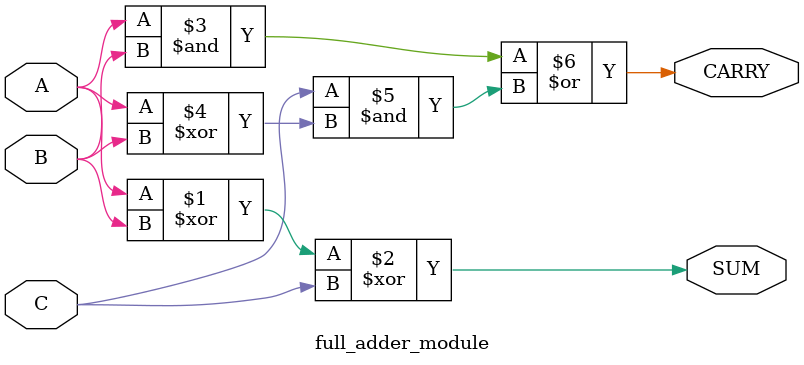
<source format=v>
`timescale 1ns / 100ps
module alu(DATA1, DATA2, RESULT, SELECT, ZERO);
	
	input [7:0] DATA1, DATA2; 
	input [2:0] SELECT;
	output reg [7:0] RESULT;
	output reg ZERO;

	//Wires to store the results from each function block

	wire [7:0] add_res, and_res, or_res, forward_res, mult_res, lshift_res, ashift_res, rot_res;

	//Instantiating the function blocks and assigning the results to wires defined

	ADD add1(DATA1, DATA2, add_res);
	AND and1(DATA1, DATA2, and_res);
	OR or1(DATA1, DATA2, or_res);
	FORWARD forward1(DATA1, DATA2, forward_res);
	MULTIPLY mult1(DATA1, DATA2, mult_res);
	L_SHIFT lshift1(DATA1, DATA2, lshift_res);
	A_SHIFT ashift1(DATA1, DATA2, ashift_res);
	ROTATE rotate1(DATA1, DATA2, rot_res);
	
	
	//Implementing a MUX module to select the output based on select value

	always @(*) 
		
		begin

		ZERO = 0;				//ZERO is set to 0 by default


		if (SELECT == 3'b001) begin
			RESULT = add_res;			// MUX connects to add result wire if select is 001
			if (add_res == 8'b00000000)
				ZERO = 1;

		end else if (SELECT == 3'b010) begin
			RESULT = and_res;			// MUX connects to and result wire if select is 010

		end else if (SELECT == 3'b011) begin
			RESULT = or_res;			// MUX connects to or result wire if select is 011

		end else if (SELECT == 3'b000) begin
			RESULT = forward_res;		// MUX connects to forward result wire if select is 000	

		end else if (SELECT == 3'b100) begin
			RESULT = mult_res;			// MUX connects to multiply result wire if select is 100	

		end else if (SELECT == 3'b101) begin
			RESULT = lshift_res;		// MUX connects to logic shift result wire if select is 101	

		end else if (SELECT == 3'b110) begin
			RESULT = ashift_res;		// MUX connects to arithmetic result wire if select is 110

		end else if (SELECT == 3'b111) begin
			RESULT = rot_res;			// MUX connects to rotate result wire if select is 111		
		end
		
		end

endmodule

// Module for addition operation
module ADD(DATA1, DATA2, RESULT);

	input [7:0] DATA1, DATA2;
	output reg [7:0] RESULT;

	// Result is sum of DATA2 and DATA1
	always @(*) begin
		#2 RESULT = DATA1 + DATA2;
	end

endmodule

// Module for bitwise AND operation
module AND(DATA1, DATA2, RESULT);

	input [7:0] DATA1, DATA2;
	output reg [7:0] RESULT;

	// Result is bitwise AND of DATA2 and DATA1
	always @(*) begin
		#1 RESULT = DATA1 & DATA2;
	end

endmodule

// Module for bitwise OR operation
module OR(DATA1, DATA2, RESULT);

	input [7:0] DATA1, DATA2;
	output reg [7:0] RESULT;

	// Result is bitwise OR of DATA2 and DATA1
	always @(*) begin
		#1 RESULT = DATA1 | DATA2;
	end

endmodule

// Module for forwarding operation
module FORWARD(DATA1, DATA2, RESULT);

	input [7:0] DATA1, DATA2;
	output reg [7:0] RESULT;

	// Result is equal to DATA2
	always @(*) begin
		#1 RESULT = DATA2;
	end

endmodule


//Module for multiplication operation
module MULTIPLY(DATA1, DATA2, RESULT);

	input [7:0] DATA1, DATA2;
	output [7:0] RESULT;
	
	//Carry bits for intermediate sums
	wire C0 [5:0];
	wire C1 [4:0];
	wire C2 [3:0];
	wire C3 [2:0];
	wire C4 [1:0];
	wire C5;
	
	//Intermediate sums
	wire sum0 [5:0];
	wire sum1 [4:0];
	wire sum2 [3:0];
	wire sum3 [2:0];
	wire sum4 [1:0];
	wire sum5, dummy_carry;
	
	// To store result before output
	wire [7:0] OUT;
	
	//First bit of RESULT can be directly set
	assign OUT[0] = DATA2[0] & DATA1[0];	
	
	//Full Adder layers to calculate the result by shifting and adding
	//Layer 0
	full_adder_module FA0_0(DATA2[0] & DATA1[1], DATA2[1] & DATA1[0], 1'b0, OUT[1], C0[0]);
	full_adder_module FA0_1(DATA2[0] & DATA1[2], DATA2[1] & DATA1[1], C0[0], sum0[0], C0[1]);
	full_adder_module FA0_2(DATA2[0] & DATA1[3], DATA2[1] & DATA1[2], C0[1], sum0[1], C0[2]);
	full_adder_module FA0_3(DATA2[0] & DATA1[4], DATA2[1] & DATA1[3], C0[2], sum0[2], C0[3]);
	full_adder_module FA0_4(DATA2[0] & DATA1[5], DATA2[1] & DATA1[4], C0[3], sum0[3], C0[4]);
	full_adder_module FA0_5(DATA2[0] & DATA1[6], DATA2[1] & DATA1[5], C0[4], sum0[4], C0[5]);
	full_adder_module FA0_6(DATA2[0] & DATA1[7], DATA2[1] & DATA1[6], C0[5], sum0[5],dummy_carry );
	
	//Layer 1
	full_adder_module FA1_0(sum0[0], DATA2[2] & DATA1[0], 1'b0, OUT[2], C1[0]);
	full_adder_module FA1_1(sum0[1], DATA2[2] & DATA1[1], C1[0], sum1[0], C1[1]);
	full_adder_module FA1_2(sum0[2], DATA2[2] & DATA1[2], C1[1], sum1[1], C1[2]);
	full_adder_module FA1_3(sum0[3], DATA2[2] & DATA1[3], C1[2], sum1[2], C1[3]);
	full_adder_module FA1_4(sum0[4], DATA2[2] & DATA1[4], C1[3], sum1[3], C1[4]);
	full_adder_module FA1_5(sum0[5], DATA2[2] & DATA1[5], C1[4], sum1[4],dummy_carry );
	
	//Layer 2
	full_adder_module FA2_0(sum1[0], DATA2[3] & DATA1[0], 1'b0, OUT[3], C2[0]);
	full_adder_module FA2_1(sum1[1], DATA2[3] & DATA1[1], C2[0], sum2[0], C2[1]);
	full_adder_module FA2_2(sum1[2], DATA2[3] & DATA1[2], C2[1], sum2[1], C2[2]);
	full_adder_module FA2_3(sum1[3], DATA2[3] & DATA1[3], C2[2], sum2[2], C2[3]);
	full_adder_module FA2_4(sum1[4], DATA2[3] & DATA1[4], C2[3], sum2[3], dummy_carry);
	
	//Layer 3
	full_adder_module FA3_0(sum2[0], DATA2[4] & DATA1[0], 1'b0, OUT[4], C3[0]);
	full_adder_module FA3_1(sum2[1], DATA2[4] & DATA1[1], C3[0], sum3[0], C3[1]);
	full_adder_module FA3_2(sum2[2], DATA2[4] & DATA1[2], C3[1], sum3[1], C3[2]);
	full_adder_module FA3_3(sum2[3], DATA2[4] & DATA1[3], C3[2], sum3[2], dummy_carry);
	
	//Layer 4
	full_adder_module FA4_0(sum3[0], DATA2[5] & DATA1[0], 1'b0, OUT[5], C4[0]);
	full_adder_module FA4_1(sum3[1], DATA2[5] & DATA1[1], C4[0], sum4[0], C4[1]);
	full_adder_module FA4_2(sum3[2], DATA2[5] & DATA1[2], C4[1], sum4[1], dummy_carry);
	
	//Layer 5
	full_adder_module FA5_0(sum4[0], DATA2[6] & DATA1[0], 1'b0, OUT[6], C5);
	full_adder_module FA5_1(sum4[1], DATA2[6] & DATA1[1], C5, sum5,dummy_carry );
	
	//Layer 6
	full_adder_module FA6_0(sum5, DATA2[7] & DATA1[0], 1'b0, OUT[7], dummy_carry);
	
	//Sending out result after 2 unit delay
	assign #2 RESULT = OUT;

endmodule


//Module for logical shift
module L_SHIFT(DATA1, DATA2, RESULT); // shift amount = data2

    input [7:0] DATA1, DATA2;
    output [7:0] RESULT;

	//We can ignore the bits [6:3] because after 7 bit shifts, all bits will be shifted out
	//DATA[7] is reserved for direction of logical shift

    wire [2:0] shift = DATA2[2:0];  // Shift amount: 0–7
    wire       dir   = DATA2[7];    // Shift direction: 1 = left, 0 = right

	//Number be will be shifted in three stages 1-2-4 bits

    wire [7:0] stage0, stage1, stage2;

    // Stage 0: shift by 1
    assign stage0 = (dir == 1) ? 
                    (shift[0] ? {DATA1[6:0], 1'b0} : DATA1) :
                    (shift[0] ? {1'b0, DATA1[7:1]} : DATA1);

    // Stage 1: shift by 2
    assign stage1 = (dir == 1) ? 
                    (shift[1] ? {stage0[5:0], 2'b00} : stage0) :
                    (shift[1] ? {2'b00, stage0[7:2]} : stage0);

    // Stage 2: shift by 4
    assign stage2 = (dir == 1) ? 
                    (shift[2] ? {stage1[3:0], 4'b0000} : stage1) :
                    (shift[2] ? {4'b0000, stage1[7:4]} : stage1);

    assign #2 RESULT = stage2;

endmodule



//Module for arithmatic right shift
module A_SHIFT(DATA1, DATA2, RESULT);  // shift amount = data2

    input [7:0] DATA1, DATA2;
    output [7:0] RESULT;

    //We can ignore the bits [6:3] because after 7 bit shifts, all bits will be shifted out

    wire [2:0] shift = DATA2[2:0];  // Shift amount 0–7
    wire sign = DATA1[7];           // Sign bit for extension

	//Number be will be shifted in three stages 1-2-4 bits

    wire [7:0] stage0, stage1, stage2;

    // Stage 0: shift by 1 with sign extension
    assign stage0 = (shift[0]) ? {sign, DATA1[7:1]} : DATA1;

    // Stage 1: shift by 2 with sign extension
    assign stage1 = (shift[1]) ? {{2{sign}}, stage0[7:2]} : stage0;

    // Stage 2: shift by 4 with sign extension
    assign stage2 = (shift[2]) ? {{4{sign}}, stage1[7:4]} : stage1;

    assign #2 RESULT = stage2;

endmodule


//Module for rotating right
module ROTATE(DATA1, DATA2, RESULT);

    input [7:0] DATA1, DATA2;
    output [7:0] RESULT;

    // Reduce rotate amount modulo 8 using lower 3 bits
    wire [2:0] rotate_amt = DATA2[2:0];

	//Number be will be shifted in three stages 1-2-4 bits
    wire [7:0] stage0, stage1, stage2;

    // Stage 0: rotate right by 1 if rotate_amt[0] == 1
    assign stage0 = (rotate_amt[0]) ? {DATA1[0], DATA1[7:1]} : DATA1;

    // Stage 1: rotate right by 2 if rotate_amt[1] == 1
    assign stage1 = (rotate_amt[1]) ? {stage0[1:0], stage0[7:2]} : stage0;

    // Stage 2: rotate right by 4 if rotate_amt[2] == 1
    assign stage2 = (rotate_amt[2]) ? {stage1[3:0], stage1[7:4]} : stage1;

    assign #2 RESULT = stage2;

endmodule


//Module for Full Adder
module full_adder_module(A, B, C, SUM, CARRY);

	//Input and output port declaration
	input A, B, C;
	output SUM, CARRY;
	
	//Combinational logic for SUM and CARRY bit outputs
	assign SUM = (A ^ B ^ C);
	assign CARRY = (A & B) | (C & (A ^ B));

endmodule




</source>
